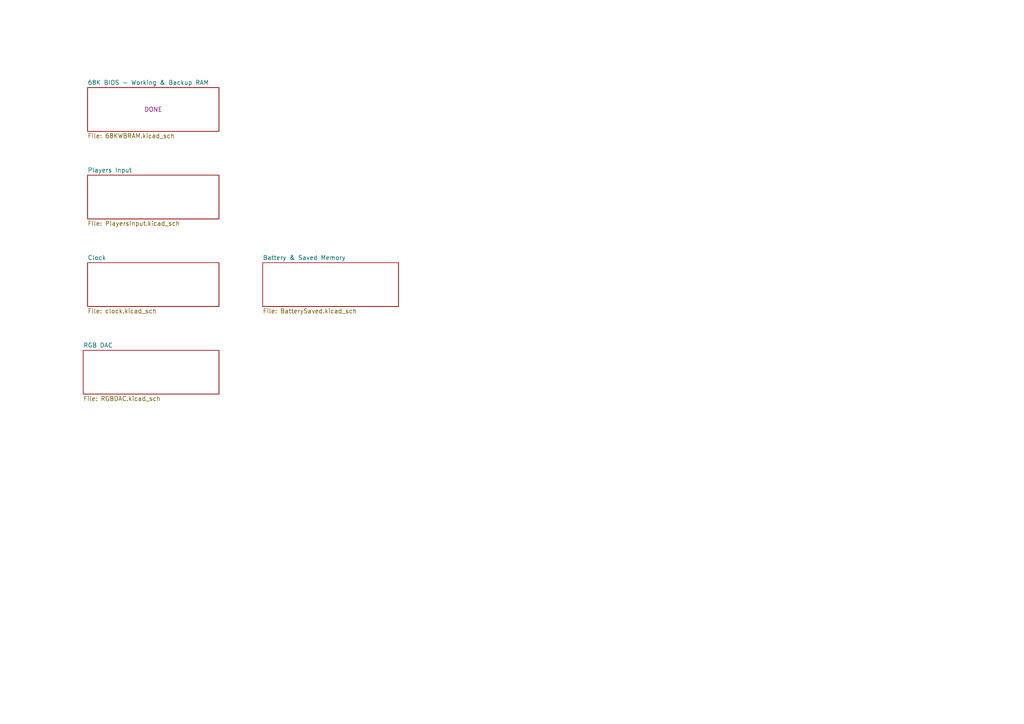
<source format=kicad_sch>
(kicad_sch (version 20230121) (generator eeschema)
  (paper "A4")
  (title_block (date "2023-08-15") (rev "1.0") (company "SNK") (comment 3 "Converted by Frater ") (comment 4 "NEO-GEO MVS MV1F"))
  (lib_symbols)
  (sheet (at 24.13 101.6) (size 39.37 12.7) (stroke (width 0.1524))
    (property "Sheetname" "RGB DAC " (at 24.13 100.8884 0) (effects (justify left bottom)))
    (property "Sheetfile" "RGBDAC.kicad_sch" (at 24.13 114.8846 0) (effects (justify left top)))
  )
  (sheet (at 25.4 25.4) (size 38.1 12.7) (stroke (width 0.1524))
    (property "Sheetname" "68K BIOS - Working & Backup RAM" (at 25.4 24.6884 0) (effects (justify left bottom)))
    (property "Sheetfile" "68KWBRAM.kicad_sch" (at 25.4 38.6846 0) (effects (justify left top)))
    (property "WIP" "DONE" (at 44.45 31.75 0))
  )
  (sheet (at 25.4 76.2) (size 38.1 12.7) (stroke (width 0.1524))
    (property "Sheetname" "Clock" (at 25.4 75.4884 0) (effects (justify left bottom)))
    (property "Sheetfile" "clock.kicad_sch" (at 25.4 89.4846 0) (effects (justify left top)))
  )
  (sheet (at 25.4 50.8) (size 38.1 12.7) (stroke (width 0.1524))
    (property "Sheetname" "Players Input " (at 25.4 50.0884 0) (effects (justify left bottom)))
    (property "Sheetfile" "PlayersInput.kicad_sch" (at 25.4 64.0846 0) (effects (justify left top)))
  )
  (sheet (at 76.2 76.2) (size 39.37 12.7) (stroke (width 0.1524))
    (property "Sheetname" "Battery & Saved Memory" (at 76.2 75.4884 0) (effects (justify left bottom)))
    (property "Sheetfile" "BatterySaved.kicad_sch" (at 76.2 89.4846 0) (effects (justify left top)))
  )
)
</source>
